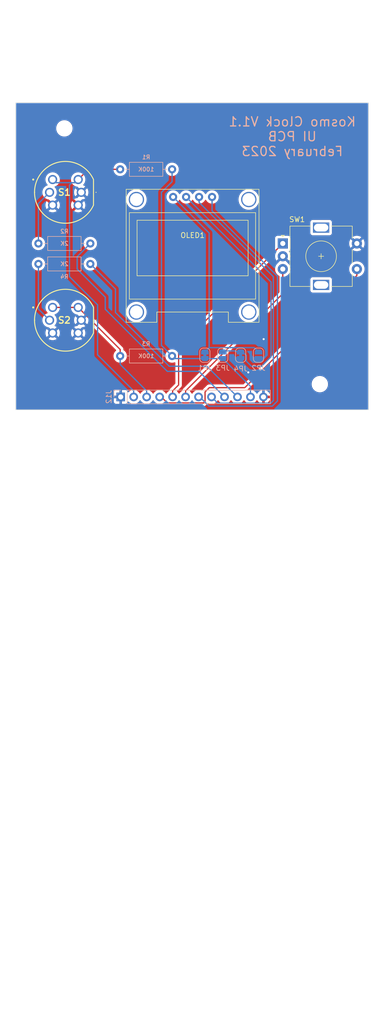
<source format=kicad_pcb>
(kicad_pcb (version 20221018) (generator pcbnew)
  (layers (0 "F.Cu" signal) (31 "B.Cu" signal) (34 "B.Paste" user) (35 "F.Paste" user) (36 "B.SilkS" user "B.Silkscreen") (37 "F.SilkS" user "F.Silkscreen") (38 "B.Mask" user) (39 "F.Mask" user) (44 "Edge.Cuts" user))
  (net 0 "")
  (net 1 "/GNDB")
  (net 2 "/STARTB")
  (net 3 "/STOPB")
  (net 4 "/ENCSB")
  (net 5 "/ENCAB")
  (net 6 "/ENCBB")
  (net 7 "/SDAB")
  (net 8 "/SCLB")
  (net 9 "/STARTLEDB")
  (net 10 "/STOPLEDB")
  (net 11 "/5VB")
  (net 12 "Net-(JP1-B)")
  (net 13 "Net-(JP3-A)")
  (net 14 "Net-(S1-A)")
  (net 15 "Net-(S2-A)")
  (footprint "MountingHole:MountingHole_2.7mm_M2.5" (layer "F.Cu") (at 212.5 25)
    (fp_text reference "REF**" hide)
    (fp_text value "MountingHole_2.7mm_M2.5" hide)
    (pad "" np_thru_hole circle (at 0 0) (size 2.7 2.7) (drill 2.7) (layers "*.Cu" "*.Mask"))
  )
  (footprint "B3_tht:SSD1306_0.96_Oled" (layer "F.Cu") (at 224.595 62.905)
    (fp_text reference "OLED1" (at 13 -17 unlocked) (layer "F.SilkS"))
    (fp_text value "ao_symbols_OLED_128X64")
    (fp_line (start 0 -26) (end 0 0) (stroke (width 0.12)) (layer "F.SilkS"))
    (fp_line (start 0 0) (end 6 0) (stroke (width 0.12)) (layer "F.SilkS"))
    (fp_line (start 0.63 -21.43) (end 0.63 -4.53) (stroke (width 0.12)) (layer "F.SilkS"))
    (fp_line (start 0.63 -4.53) (end 25.33 -4.53) (stroke (width 0.12)) (layer "F.SilkS"))
    (fp_line (start 2.13 -19.95) (end 2.13 -9.09) (stroke (width 0.12)) (layer "F.SilkS"))
    (fp_line (start 2.13 -9.09) (end 23.87 -9.09) (stroke (width 0.12)) (layer "F.SilkS"))
    (fp_line (start 6 -2) (end 20 -2) (stroke (width 0.12)) (layer "F.SilkS"))
    (fp_line (start 6 0) (end 6 -2) (stroke (width 0.12)) (layer "F.SilkS"))
    (fp_line (start 20 -2) (end 20 0) (stroke (width 0.12)) (layer "F.SilkS"))
    (fp_line (start 20 0) (end 26 0) (stroke (width 0.12)) (layer "F.SilkS"))
    (fp_line (start 23.87 -19.95) (end 2.13 -19.95) (stroke (width 0.12)) (layer "F.SilkS"))
    (fp_line (start 23.87 -9.09) (end 23.87 -19.95) (stroke (width 0.12)) (layer "F.SilkS"))
    (fp_line (start 25.33 -21.43) (end 0.63 -21.43) (stroke (width 0.12)) (layer "F.SilkS"))
    (fp_line (start 25.33 -4.53) (end 25.33 -21.43) (stroke (width 0.12)) (layer "F.SilkS"))
    (fp_line (start 26 -26) (end 0 -26) (stroke (width 0.12)) (layer "F.SilkS"))
    (fp_line (start 26 0) (end 26 -26) (stroke (width 0.12)) (layer "F.SilkS"))
    (pad "" np_thru_hole circle (at 2 -24) (size 3 3) (drill 2.5) (layers "F&B.Cu" "*.Mask"))
    (pad "" np_thru_hole circle (at 2 -2) (size 3 3) (drill 2.5) (layers "F&B.Cu" "*.Mask"))
    (pad "" np_thru_hole circle (at 24 -24) (size 3 3) (drill 2.5) (layers "F&B.Cu" "*.Mask"))
    (pad "" np_thru_hole circle (at 24 -2) (size 3 3) (drill 2.5) (layers "F&B.Cu" "*.Mask"))
    (pad "1" thru_hole circle (at 9.19 -24.5) (size 1.6 1.6) (drill 0.8) (layers "*.Cu" "*.Mask") (net 12 "Net-(JP1-B)"))
    (pad "2" thru_hole circle (at 11.73 -24.5) (size 1.6 1.6) (drill 0.8) (layers "*.Cu" "*.Mask") (net 13 "Net-(JP3-A)"))
    (pad "3" thru_hole circle (at 14.27 -24.5) (size 1.6 1.6) (drill 0.8) (layers "*.Cu" "*.Mask") (net 8 "/SCLB"))
    (pad "4" thru_hole circle (at 16.81 -24.5) (size 1.6 1.6) (drill 0.8) (layers "*.Cu" "*.Mask") (net 7 "/SDAB"))
  )
  (footprint "B3_tht:D6RLGNF1LFS" (layer "F.Cu") (at 210.2 35)
    (fp_text reference "S1" (at 2.3 2.5) (layer "F.SilkS") (effects (font (size 1.27 1.27) (thickness 0.254))))
    (fp_text value "D6RLGNF1LFS" hide)
    (fp_line (start -3.8 -0.1) (end -3.8 -0.1) (stroke (width 0.2)) (layer "F.SilkS"))
    (fp_line (start -3.8 0.1) (end -3.8 0.1) (stroke (width 0.2)) (layer "F.SilkS"))
    (fp_line (start -3.5 2.5) (end -3.5 2.5) (stroke (width 0.2)) (layer "F.SilkS"))
    (fp_line (start 7.999999 0) (end 7.999999 5) (stroke (width 0.2)) (layer "F.SilkS"))
    (fp_line (start 8.5 2.5) (end 8.5 2.5) (stroke (width 0.2)) (layer "F.SilkS"))
    (fp_arc (start -3.8 -0.1) (mid -3.7 0) (end -3.8 0.1) (stroke (width 0.2)) (layer "F.SilkS"))
    (fp_arc (start -3.8 0.1) (mid -3.9 0) (end -3.8 -0.1) (stroke (width 0.2)) (layer "F.SilkS"))
    (fp_arc (start -3.541522 2.5) (mid 1.221011 -3.404589) (end 7.999999 0) (stroke (width 0.2)) (layer "F.SilkS"))
    (fp_arc (start 7.999999 5) (mid 1.221011 8.40459) (end -3.541522 2.5) (stroke (width 0.2)) (layer "F.SilkS"))
    (pad "1" thru_hole circle (at 0 0) (size 1.8 1.8) (drill 1.2) (layers "*.Cu" "*.Mask") (net 2 "/STARTB"))
    (pad "2" thru_hole circle (at 5 0) (size 1.8 1.8) (drill 1.2) (layers "*.Cu" "*.Mask") (net 2 "/STARTB"))
    (pad "3" thru_hole circle (at 0 5) (size 1.8 1.8) (drill 1.2) (layers "*.Cu" "*.Mask") (net 1 "/GNDB"))
    (pad "4" thru_hole circle (at 5 5) (size 1.8 1.8) (drill 1.2) (layers "*.Cu" "*.Mask") (net 1 "/GNDB"))
    (pad "L1" thru_hole circle (at -0.6 2.5) (size 1.8 1.8) (drill 1.2) (layers "*.Cu" "*.Mask") (net 14 "Net-(S1-A)"))
    (pad "L2" thru_hole circle (at 5.6 2.5) (size 1.8 1.8) (drill 1.2) (layers "*.Cu" "*.Mask") (net 1 "/GNDB"))
  )
  (footprint "Rotary_Encoder:RotaryEncoder_Alps_EC11E-Switch_Vertical_H20mm" (layer "F.Cu") (at 255.25 47.5)
    (fp_text reference "SW1" (at 2.8 -4.7) (layer "F.SilkS"))
    (fp_text value "RotaryEncoder_Switch")
    (fp_line (start -0.3 -1.6) (end 0.3 -1.6) (stroke (width 0.12)) (layer "F.SilkS"))
    (fp_line (start 0 -1.3) (end -0.3 -1.6) (stroke (width 0.12)) (layer "F.SilkS"))
    (fp_line (start 0.3 -1.6) (end 0 -1.3) (stroke (width 0.12)) (layer "F.SilkS"))
    (fp_line (start 1.4 -3.4) (end 1.4 8.4) (stroke (width 0.12)) (layer "F.SilkS"))
    (fp_line (start 5.5 -3.4) (end 1.4 -3.4) (stroke (width 0.12)) (layer "F.SilkS"))
    (fp_line (start 5.5 8.4) (end 1.4 8.4) (stroke (width 0.12)) (layer "F.SilkS"))
    (fp_line (start 7 2.5) (end 8 2.5) (stroke (width 0.12)) (layer "F.SilkS"))
    (fp_line (start 7.5 2) (end 7.5 3) (stroke (width 0.12)) (layer "F.SilkS"))
    (fp_line (start 9.5 -3.4) (end 13.6 -3.4) (stroke (width 0.12)) (layer "F.SilkS"))
    (fp_line (start 13.6 -3.4) (end 13.6 -1) (stroke (width 0.12)) (layer "F.SilkS"))
    (fp_line (start 13.6 1.2) (end 13.6 3.8) (stroke (width 0.12)) (layer "F.SilkS"))
    (fp_line (start 13.6 6) (end 13.6 8.4) (stroke (width 0.12)) (layer "F.SilkS"))
    (fp_line (start 13.6 8.4) (end 9.5 8.4) (stroke (width 0.12)) (layer "F.SilkS"))
    (fp_circle (center 7.5 2.5) (end 10.5 2.5) (stroke (width 0.12)) (fill none) (layer "F.SilkS"))
    (pad "A" thru_hole rect (at 0 0) (size 2 2) (drill 1) (layers "*.Cu" "*.Mask") (net 5 "/ENCAB"))
    (pad "B" thru_hole circle (at 0 5) (size 2 2) (drill 1) (layers "*.Cu" "*.Mask") (net 6 "/ENCBB"))
    (pad "C" thru_hole circle (at 0 2.5) (size 2 2) (drill 1) (layers "*.Cu" "*.Mask") (net 1 "/GNDB"))
    (pad "MP" thru_hole rect (at 7.5 -3.1) (size 3.2 2) (drill oval 2.8 1.5) (layers "*.Cu" "*.Mask"))
    (pad "MP" thru_hole rect (at 7.5 8.1) (size 3.2 2) (drill oval 2.8 1.5) (layers "*.Cu" "*.Mask"))
    (pad "S1" thru_hole circle (at 14.5 5) (size 2 2) (drill 1) (layers "*.Cu" "*.Mask") (net 4 "/ENCSB"))
    (pad "S2" thru_hole circle (at 14.5 0) (size 2 2) (drill 1) (layers "*.Cu" "*.Mask") (net 1 "/GNDB"))
  )
  (footprint "MountingHole:MountingHole_2.7mm_M2.5" (layer "F.Cu") (at 262.5 75)
    (fp_text reference "REF**" hide)
    (fp_text value "MountingHole_2.7mm_M2.5" hide)
    (pad "" np_thru_hole circle (at 0 0) (size 2.7 2.7) (drill 2.7) (layers "*.Cu" "*.Mask"))
  )
  (footprint "B3_tht:D6RLGNF1LFS" (layer "F.Cu") (at 210.2 60)
    (fp_text reference "S2" (at 2.3 2.5) (layer "F.SilkS") (effects (font (size 1.27 1.27) (thickness 0.254))))
    (fp_text value "D6RLGNF1LFS" hide)
    (fp_line (start -3.8 -0.1) (end -3.8 -0.1) (stroke (width 0.2)) (layer "F.SilkS"))
    (fp_line (start -3.8 0.1) (end -3.8 0.1) (stroke (width 0.2)) (layer "F.SilkS"))
    (fp_line (start -3.5 2.5) (end -3.5 2.5) (stroke (width 0.2)) (layer "F.SilkS"))
    (fp_line (start 7.999999 0) (end 7.999999 5) (stroke (width 0.2)) (layer "F.SilkS"))
    (fp_line (start 8.5 2.5) (end 8.5 2.5) (stroke (width 0.2)) (layer "F.SilkS"))
    (fp_arc (start -3.8 -0.1) (mid -3.7 0) (end -3.8 0.1) (stroke (width 0.2)) (layer "F.SilkS"))
    (fp_arc (start -3.8 0.1) (mid -3.9 0) (end -3.8 -0.1) (stroke (width 0.2)) (layer "F.SilkS"))
    (fp_arc (start -3.541522 2.5) (mid 1.221011 -3.404589) (end 7.999999 0) (stroke (width 0.2)) (layer "F.SilkS"))
    (fp_arc (start 7.999999 5) (mid 1.221011 8.40459) (end -3.541522 2.5) (stroke (width 0.2)) (layer "F.SilkS"))
    (pad "1" thru_hole circle (at 0 0) (size 1.8 1.8) (drill 1.2) (layers "*.Cu" "*.Mask") (net 3 "/STOPB"))
    (pad "2" thru_hole circle (at 5 0) (size 1.8 1.8) (drill 1.2) (layers "*.Cu" "*.Mask") (net 3 "/STOPB"))
    (pad "3" thru_hole circle (at 0 5) (size 1.8 1.8) (drill 1.2) (layers "*.Cu" "*.Mask") (net 1 "/GNDB"))
    (pad "4" thru_hole circle (at 5 5) (size 1.8 1.8) (drill 1.2) (layers "*.Cu" "*.Mask") (net 1 "/GNDB"))
    (pad "L1" thru_hole circle (at -0.6 2.5) (size 1.8 1.8) (drill 1.2) (layers "*.Cu" "*.Mask") (net 15 "Net-(S2-A)"))
    (pad "L2" thru_hole circle (at 5.6 2.5) (size 1.8 1.8) (drill 1.2) (layers "*.Cu" "*.Mask") (net 1 "/GNDB"))
  )
  (footprint "Jumper:SolderJumper-2_P1.3mm_Bridged_RoundedPad1.0x1.5mm" (layer "B.Cu") (at 240 69.35 90)
    (fp_text reference "JP1" (at -2.5 0 180) (layer "B.SilkS") (effects (justify mirror)))
    (fp_text value "JB")
    (fp_poly (pts (xy 0.25 0.3) (xy -0.25 0.3) (xy -0.25 -0.3) (xy 0.25 -0.3)) (fill solid) (layer "B.Cu"))
    (fp_line (start -1.4 -0.3) (end -1.4 0.3) (stroke (width 0.12)) (layer "B.SilkS"))
    (fp_line (start -0.7 1) (end 0.7 1) (stroke (width 0.12)) (layer "B.SilkS"))
    (fp_line (start 0.7 -1) (end -0.7 -1) (stroke (width 0.12)) (layer "B.SilkS"))
    (fp_line (start 1.4 0.3) (end 1.4 -0.3) (stroke (width 0.12)) (layer "B.SilkS"))
    (fp_arc (start -1.4 -0.3) (mid -1.194975 -0.794975) (end -0.7 -1) (stroke (width 0.12)) (layer "B.SilkS"))
    (fp_arc (start -0.7 1) (mid -1.194975 0.794975) (end -1.4 0.3) (stroke (width 0.12)) (layer "B.SilkS"))
    (fp_arc (start 0.7 -1) (mid 1.194975 -0.794975) (end 1.4 -0.3) (stroke (width 0.12)) (layer "B.SilkS"))
    (fp_arc (start 1.4 0.3) (mid 1.194975 0.794975) (end 0.7 1) (stroke (width 0.12)) (layer "B.SilkS"))
    (pad "1" smd custom (at -0.65 0 90) (size 1 0.5) (layers "B.Cu" "B.Mask") (net 11 "/5VB") (options (clearance outline) (anchor rect)) (primitives (gr_circle (center 0 -0.25) (end 0.5 -0.25) (width 0) (fill yes)) (gr_circle (center 0 0.25) (end 0.5 0.25) (width 0) (fill yes)) (gr_poly (pts (xy 0.5 -0.75) (xy 0 -0.75) (xy 0 0.75) (xy 0.5 0.75)) (width 0) (fill yes))))
    (pad "2" smd custom (at 0.65 0 90) (size 1 0.5) (layers "B.Cu" "B.Mask") (net 12 "Net-(JP1-B)") (options (clearance outline) (anchor rect)) (primitives (gr_circle (center 0 -0.25) (end 0.5 -0.25) (width 0) (fill yes)) (gr_circle (center 0 0.25) (end 0.5 0.25) (width 0) (fill yes)) (gr_poly (pts (xy 0 -0.75) (xy -0.5 -0.75) (xy -0.5 0.75) (xy 0 0.75)) (width 0) (fill yes))))
  )
  (footprint "Jumper:SolderJumper-2_P1.3mm_Open_RoundedPad1.0x1.5mm" (layer "B.Cu") (at 250.5 69.35 -90)
    (fp_text reference "JP2" (at 2.5 0 180) (layer "B.SilkS") (effects (justify mirror)))
    (fp_text value "JO")
    (fp_line (start -1.4 -0.3) (end -1.4 0.3) (stroke (width 0.12)) (layer "B.SilkS"))
    (fp_line (start -0.7 1) (end 0.7 1) (stroke (width 0.12)) (layer "B.SilkS"))
    (fp_line (start 0.7 -1) (end -0.7 -1) (stroke (width 0.12)) (layer "B.SilkS"))
    (fp_line (start 1.4 0.3) (end 1.4 -0.3) (stroke (width 0.12)) (layer "B.SilkS"))
    (fp_arc (start -1.4 -0.3) (mid -1.194975 -0.794975) (end -0.7 -1) (stroke (width 0.12)) (layer "B.SilkS"))
    (fp_arc (start -0.7 1) (mid -1.194975 0.794975) (end -1.4 0.3) (stroke (width 0.12)) (layer "B.SilkS"))
    (fp_arc (start 0.7 -1) (mid 1.194975 -0.794975) (end 1.4 -0.3) (stroke (width 0.12)) (layer "B.SilkS"))
    (fp_arc (start 1.4 0.3) (mid 1.194975 0.794975) (end 0.7 1) (stroke (width 0.12)) (layer "B.SilkS"))
    (pad "1" smd custom (at -0.65 0 270) (size 1 0.5) (layers "B.Cu" "B.Mask") (net 12 "Net-(JP1-B)") (options (clearance outline) (anchor rect)) (primitives (gr_circle (center 0 -0.25) (end 0.5 -0.25) (width 0) (fill yes)) (gr_circle (center 0 0.25) (end 0.5 0.25) (width 0) (fill yes)) (gr_poly (pts (xy 0.5 -0.75) (xy 0 -0.75) (xy 0 0.75) (xy 0.5 0.75)) (width 0) (fill yes))))
    (pad "2" smd custom (at 0.65 0 270) (size 1 0.5) (layers "B.Cu" "B.Mask") (net 1 "/GNDB") (options (clearance outline) (anchor rect)) (primitives (gr_circle (center 0 -0.25) (end 0.5 -0.25) (width 0) (fill yes)) (gr_circle (center 0 0.25) (end 0.5 0.25) (width 0) (fill yes)) (gr_poly (pts (xy 0 -0.75) (xy -0.5 -0.75) (xy -0.5 0.75) (xy 0 0.75)) (width 0) (fill yes))))
  )
  (footprint "AO_tht:R_Axial_DIN0207_L6.3mm_D2.5mm_P10.16mm_Horizontal" (layer "B.Cu") (at 233.58 69.5 180)
    (fp_text reference "R3" (at 5.08 2.37) (layer "B.SilkS") (effects (font (size 0.8 0.8)) (justify mirror)))
    (fp_text value "100K")
    (fp_text user "${VALUE}" (at 5.08 0) (layer "B.SilkS") (effects (font (size 0.8 0.8)) (justify mirror)))
    (fp_line (start 1.04 0) (end 1.81 0) (stroke (width 0.12)) (layer "B.SilkS"))
    (fp_line (start 1.81 -1.37) (end 8.35 -1.37) (stroke (width 0.12)) (layer "B.SilkS"))
    (fp_line (start 1.81 1.37) (end 1.81 -1.37) (stroke (width 0.12)) (layer "B.SilkS"))
    (fp_line (start 8.35 -1.37) (end 8.35 1.37) (stroke (width 0.12)) (layer "B.SilkS"))
    (fp_line (start 8.35 1.37) (end 1.81 1.37) (stroke (width 0.12)) (layer "B.SilkS"))
    (fp_line (start 9.12 0) (end 8.35 0) (stroke (width 0.12)) (layer "B.SilkS"))
    (pad "1" thru_hole circle (at 0 0 180) (size 1.6 1.6) (drill 0.8) (layers "*.Cu" "*.Mask") (net 11 "/5VB"))
    (pad "2" thru_hole oval (at 10.16 0 180) (size 1.6 1.6) (drill 0.8) (layers "*.Cu" "*.Mask") (net 3 "/STOPB"))
  )
  (footprint "AO_tht:R_Axial_DIN0207_L6.3mm_D2.5mm_P10.16mm_Horizontal" (layer "B.Cu") (at 217.58 51.5 180)
    (fp_text reference "R4" (at 5.08 -2.5) (layer "B.SilkS") (effects (font (size 0.8 0.8)) (justify mirror)))
    (fp_text value "2K")
    (fp_text user "${VALUE}" (at 5.08 0) (layer "B.SilkS") (effects (font (size 0.8 0.8)) (justify mirror)))
    (fp_line (start 1.04 0) (end 1.81 0) (stroke (width 0.12)) (layer "B.SilkS"))
    (fp_line (start 1.81 -1.37) (end 8.35 -1.37) (stroke (width 0.12)) (layer "B.SilkS"))
    (fp_line (start 1.81 1.37) (end 1.81 -1.37) (stroke (width 0.12)) (layer "B.SilkS"))
    (fp_line (start 8.35 -1.37) (end 8.35 1.37) (stroke (width 0.12)) (layer "B.SilkS"))
    (fp_line (start 8.35 1.37) (end 1.81 1.37) (stroke (width 0.12)) (layer "B.SilkS"))
    (fp_line (start 9.12 0) (end 8.35 0) (stroke (width 0.12)) (layer "B.SilkS"))
    (pad "1" thru_hole circle (at 0 0 180) (size 1.6 1.6) (drill 0.8) (layers "*.Cu" "*.Mask") (net 10 "/STOPLEDB"))
    (pad "2" thru_hole oval (at 10.16 0 180) (size 1.6 1.6) (drill 0.8) (layers "*.Cu" "*.Mask") (net 15 "Net-(S2-A)"))
  )
  (footprint "Jumper:SolderJumper-2_P1.3mm_Bridged_RoundedPad1.0x1.5mm" (layer "B.Cu") (at 247 69.35 90)
    (fp_text reference "JP4" (at -2.65 0) (layer "B.SilkS") (effects (justify mirror)))
    (fp_text value "JB")
    (fp_poly (pts (xy 0.25 0.3) (xy -0.25 0.3) (xy -0.25 -0.3) (xy 0.25 -0.3)) (fill solid) (layer "B.Cu"))
    (fp_line (start -1.4 -0.3) (end -1.4 0.3) (stroke (width 0.12)) (layer "B.SilkS"))
    (fp_line (start -0.7 1) (end 0.7 1) (stroke (width 0.12)) (layer "B.SilkS"))
    (fp_line (start 0.7 -1) (end -0.7 -1) (stroke (width 0.12)) (layer "B.SilkS"))
    (fp_line (start 1.4 0.3) (end 1.4 -0.3) (stroke (width 0.12)) (layer "B.SilkS"))
    (fp_arc (start -1.4 -0.3) (mid -1.194975 -0.794975) (end -0.7 -1) (stroke (width 0.12)) (layer "B.SilkS"))
    (fp_arc (start -0.7 1) (mid -1.194975 0.794975) (end -1.4 0.3) (stroke (width 0.12)) (layer "B.SilkS"))
    (fp_arc (start 0.7 -1) (mid 1.194975 -0.794975) (end 1.4 -0.3) (stroke (width 0.12)) (layer "B.SilkS"))
    (fp_arc (start 1.4 0.3) (mid 1.194975 0.794975) (end 0.7 1) (stroke (width 0.12)) (layer "B.SilkS"))
    (pad "1" smd custom (at -0.65 0 90) (size 1 0.5) (layers "B.Cu" "B.Mask") (net 1 "/GNDB") (options (clearance outline) (anchor rect)) (primitives (gr_circle (center 0 -0.25) (end 0.5 -0.25) (width 0) (fill yes)) (gr_circle (center 0 0.25) (end 0.5 0.25) (width 0) (fill yes)) (gr_poly (pts (xy 0.5 -0.75) (xy 0 -0.75) (xy 0 0.75) (xy 0.5 0.75)) (width 0) (fill yes))))
    (pad "2" smd custom (at 0.65 0 90) (size 1 0.5) (layers "B.Cu" "B.Mask") (net 13 "Net-(JP3-A)") (options (clearance outline) (anchor rect)) (primitives (gr_circle (center 0 -0.25) (end 0.5 -0.25) (width 0) (fill yes)) (gr_circle (center 0 0.25) (end 0.5 0.25) (width 0) (fill yes)) (gr_poly (pts (xy 0 -0.75) (xy -0.5 -0.75) (xy -0.5 0.75) (xy 0 0.75)) (width 0) (fill yes))))
  )
  (footprint "Jumper:SolderJumper-2_P1.3mm_Open_RoundedPad1.0x1.5mm" (layer "B.Cu") (at 243.5 69.35 -90)
    (fp_text reference "JP3" (at 2.5 0 180) (layer "B.SilkS") (effects (justify mirror)))
    (fp_text value "JO")
    (fp_line (start -1.4 -0.3) (end -1.4 0.3) (stroke (width 0.12)) (layer "B.SilkS"))
    (fp_line (start -0.7 1) (end 0.7 1) (stroke (width 0.12)) (layer "B.SilkS"))
    (fp_line (start 0.7 -1) (end -0.7 -1) (stroke (width 0.12)) (layer "B.SilkS"))
    (fp_line (start 1.4 0.3) (end 1.4 -0.3) (stroke (width 0.12)) (layer "B.SilkS"))
    (fp_arc (start -1.4 -0.3) (mid -1.194975 -0.794975) (end -0.7 -1) (stroke (width 0.12)) (layer "B.SilkS"))
    (fp_arc (start -0.7 1) (mid -1.194975 0.794975) (end -1.4 0.3) (stroke (width 0.12)) (layer "B.SilkS"))
    (fp_arc (start 0.7 -1) (mid 1.194975 -0.794975) (end 1.4 -0.3) (stroke (width 0.12)) (layer "B.SilkS"))
    (fp_arc (start 1.4 0.3) (mid 1.194975 0.794975) (end 0.7 1) (stroke (width 0.12)) (layer "B.SilkS"))
    (pad "1" smd custom (at -0.65 0 270) (size 1 0.5) (layers "B.Cu" "B.Mask") (net 13 "Net-(JP3-A)") (options (clearance outline) (anchor rect)) (primitives (gr_circle (center 0 -0.25) (end 0.5 -0.25) (width 0) (fill yes)) (gr_circle (center 0 0.25) (end 0.5 0.25) (width 0) (fill yes)) (gr_poly (pts (xy 0.5 -0.75) (xy 0 -0.75) (xy 0 0.75) (xy 0.5 0.75)) (width 0) (fill yes))))
    (pad "2" smd custom (at 0.65 0 270) (size 1 0.5) (layers "B.Cu" "B.Mask") (net 11 "/5VB") (options (clearance outline) (anchor rect)) (primitives (gr_circle (center 0 -0.25) (end 0.5 -0.25) (width 0) (fill yes)) (gr_circle (center 0 0.25) (end 0.5 0.25) (width 0) (fill yes)) (gr_poly (pts (xy 0 -0.75) (xy -0.5 -0.75) (xy -0.5 0.75) (xy 0 0.75)) (width 0) (fill yes))))
  )
  (footprint "AO_tht:R_Axial_DIN0207_L6.3mm_D2.5mm_P10.16mm_Horizontal" (layer "B.Cu") (at 217.58 47.5 180)
    (fp_text reference "R2" (at 5.08 2.37) (layer "B.SilkS") (effects (font (size 0.8 0.8)) (justify mirror)))
    (fp_text value "2K")
    (fp_text user "${VALUE}" (at 5.08 0) (layer "B.SilkS") (effects (font (size 0.8 0.8)) (justify mirror)))
    (fp_line (start 1.04 0) (end 1.81 0) (stroke (width 0.12)) (layer "B.SilkS"))
    (fp_line (start 1.81 -1.37) (end 8.35 -1.37) (stroke (width 0.12)) (layer "B.SilkS"))
    (fp_line (start 1.81 1.37) (end 1.81 -1.37) (stroke (width 0.12)) (layer "B.SilkS"))
    (fp_line (start 8.35 -1.37) (end 8.35 1.37) (stroke (width 0.12)) (layer "B.SilkS"))
    (fp_line (start 8.35 1.37) (end 1.81 1.37) (stroke (width 0.12)) (layer "B.SilkS"))
    (fp_line (start 9.12 0) (end 8.35 0) (stroke (width 0.12)) (layer "B.SilkS"))
    (pad "1" thru_hole circle (at 0 0 180) (size 1.6 1.6) (drill 0.8) (layers "*.Cu" "*.Mask") (net 9 "/STARTLEDB"))
    (pad "2" thru_hole oval (at 10.16 0 180) (size 1.6 1.6) (drill 0.8) (layers "*.Cu" "*.Mask") (net 14 "Net-(S1-A)"))
  )
  (footprint "Connector_PinHeader_2.54mm:PinHeader_1x12_P2.54mm_Vertical" (layer "B.Cu") (at 223.525 77.5 -90)
    (fp_text reference "J12" (at 0 2.33 90) (layer "B.SilkS") (effects (justify mirror)))
    (fp_text value "Conn_01x12")
    (fp_line (start -1.33 -29.27) (end 1.33 -29.27) (stroke (width 0.12)) (layer "B.SilkS"))
    (fp_line (start -1.33 -1.27) (end -1.33 -29.27) (stroke (width 0.12)) (layer "B.SilkS"))
    (fp_line (start -1.33 -1.27) (end 1.33 -1.27) (stroke (width 0.12)) (layer "B.SilkS"))
    (fp_line (start -1.33 0) (end -1.33 1.33) (stroke (width 0.12)) (layer "B.SilkS"))
    (fp_line (start -1.33 1.33) (end 0 1.33) (stroke (width 0.12)) (layer "B.SilkS"))
    (fp_line (start 1.33 -1.27) (end 1.33 -29.27) (stroke (width 0.12)) (layer "B.SilkS"))
    (pad "1" thru_hole rect (at 0 0 270) (size 1.7 1.7) (drill 1) (layers "*.Cu" "*.Mask") (net 1 "/GNDB"))
    (pad "2" thru_hole oval (at 0 -2.54 270) (size 1.7 1.7) (drill 1) (layers "*.Cu" "*.Mask") (net 2 "/STARTB"))
    (pad "3" thru_hole oval (at 0 -5.08 270) (size 1.7 1.7) (drill 1) (layers "*.Cu" "*.Mask") (net 3 "/STOPB"))
    (pad "4" thru_hole oval (at 0 -7.62 270) (size 1.7 1.7) (drill 1) (layers "*.Cu" "*.Mask") (net 4 "/ENCSB"))
    (pad "5" thru_hole oval (at 0 -10.16 270) (size 1.7 1.7) (drill 1) (layers "*.Cu" "*.Mask") (net 5 "/ENCAB"))
    (pad "6" thru_hole oval (at 0 -12.7 270) (size 1.7 1.7) (drill 1) (layers "*.Cu" "*.Mask") (net 6 "/ENCBB"))
    (pad "7" thru_hole oval (at 0 -15.24 270) (size 1.7 1.7) (drill 1) (layers "*.Cu" "*.Mask") (net 7 "/SDAB"))
    (pad "8" thru_hole oval (at 0 -17.78 270) (size 1.7 1.7) (drill 1) (layers "*.Cu" "*.Mask") (net 8 "/SCLB"))
    (pad "9" thru_hole oval (at 0 -20.32 270) (size 1.7 1.7) (drill 1) (layers "*.Cu" "*.Mask") (net 9 "/STARTLEDB"))
    (pad "10" thru_hole oval (at 0 -22.86 270) (size 1.7 1.7) (drill 1) (layers "*.Cu" "*.Mask") (net 10 "/STOPLEDB"))
    (pad "11" thru_hole oval (at 0 -25.4 270) (size 1.7 1.7) (drill 1) (layers "*.Cu" "*.Mask") (net 11 "/5VB"))
    (pad "12" thru_hole oval (at 0 -27.94 270) (size 1.7 1.7) (drill 1) (layers "*.Cu" "*.Mask") (net 1 "/GNDB"))
  )
  (footprint "AO_tht:R_Axial_DIN0207_L6.3mm_D2.5mm_P10.16mm_Horizontal" (layer "B.Cu") (at 233.58 33 180)
    (fp_text reference "R1" (at 5.08 2.37) (layer "B.SilkS") (effects (font (size 0.8 0.8)) (justify mirror)))
    (fp_text value "100K")
    (fp_text user "${VALUE}" (at 5.08 0) (layer "B.SilkS") (effects (font (size 0.8 0.8)) (justify mirror)))
    (fp_line (start 1.04 0) (end 1.81 0) (stroke (width 0.12)) (layer "B.SilkS"))
    (fp_line (start 1.81 -1.37) (end 8.35 -1.37) (stroke (width 0.12)) (layer "B.SilkS"))
    (fp_line (start 1.81 1.37) (end 1.81 -1.37) (stroke (width 0.12)) (layer "B.SilkS"))
    (fp_line (start 8.35 -1.37) (end 8.35 1.37) (stroke (width 0.12)) (layer "B.SilkS"))
    (fp_line (start 8.35 1.37) (end 1.81 1.37) (stroke (width 0.12)) (layer "B.SilkS"))
    (fp_line (start 9.12 0) (end 8.35 0) (stroke (width 0.12)) (layer "B.SilkS"))
    (pad "1" thru_hole circle (at 0 0 180) (size 1.6 1.6) (drill 0.8) (layers "*.Cu" "*.Mask") (net 11 "/5VB"))
    (pad "2" thru_hole oval (at 10.16 0 180) (size 1.6 1.6) (drill 0.8) (layers "*.Cu" "*.Mask") (net 2 "/STARTB"))
  )
  (gr_rect (start 203 20) (end 272 80) (stroke (width 0.1)) (fill none) (layer "Edge.Cuts"))
  (gr_text "Kosmo Clock V1.1\nUI PCB\nFebruary 2023" (at 257.1 26.6) (layer "B.SilkS") (effects (font (size 1.8 1.8) (thickness 0.25)) (justify mirror)))
  (segment (start 216.00721 62.5) (end 215.8 62.5) (width 0.25) (layer "F.Cu") (net 1))
  (via (at 248.5 72.7) (size 0.8) (drill 0.4) (layers "F.Cu" "B.Cu") (net 1))
  (via (at 251.5 66.2) (size 0.8) (drill 0.4) (layers "F.Cu" "B.Cu") (net 1))
  (segment (start 252 69.4) (end 252 66.7) (width 0.25) (layer "B.Cu") (net 1))
  (segment (start 251.4 70) (end 252 69.4) (width 0.25) (layer "B.Cu") (net 1))
  (segment (start 247 71.2) (end 248.5 72.7) (width 0.25) (layer "B.Cu") (net 1))
  (segment (start 250.5 70) (end 251.4 70) (width 0.25) (layer "B.Cu") (net 1))
  (segment (start 252 66.7) (end 251.5 66.2) (width 0.25) (layer "B.Cu") (net 1))
  (segment (start 247 70) (end 247 71.2) (width 0.25) (layer "B.Cu") (net 1))
  (segment (start 217.2 33) (end 215.2 35) (width 0.25) (layer "F.Cu") (net 2))
  (segment (start 223.42 33) (end 217.2 33) (width 0.25) (layer "F.Cu") (net 2))
  (segment (start 213.5 53.988) (end 219 59.488) (width 0.25) (layer "B.Cu") (net 2))
  (segment (start 215.2 35) (end 214.5843 35.6157) (width 0.25) (layer "B.Cu") (net 2))
  (segment (start 210.8157 35.6157) (end 210.2 35) (width 0.25) (layer "B.Cu") (net 2))
  (segment (start 213.5 36.0843) (end 213.5 53.988) (width 0.25) (layer "B.Cu") (net 2))
  (segment (start 219 69.2597) (end 226.065 76.3247) (width 0.25) (layer "B.Cu") (net 2))
  (segment (start 213.9686 35.6157) (end 213.5 36.0843) (width 0.25) (layer "B.Cu") (net 2))
  (segment (start 213.9686 35.6157) (end 210.8157 35.6157) (width 0.25) (layer "B.Cu") (net 2))
  (segment (start 219 59.488) (end 219 69.2597) (width 0.25) (layer "B.Cu") (net 2))
  (segment (start 214.5843 35.6157) (end 213.9686 35.6157) (width 0.25) (layer "B.Cu") (net 2))
  (segment (start 226.065 76.3247) (end 226.065 77.5) (width 0.25) (layer "B.Cu") (net 2))
  (segment (start 215.2 60) (end 210.2 60) (width 0.25) (layer "F.Cu") (net 3))
  (segment (start 223.42 69.5) (end 223.42 68.22) (width 0.25) (layer "F.Cu") (net 3))
  (segment (start 223.42 68.22) (end 215.2 60) (width 0.25) (layer "F.Cu") (net 3))
  (segment (start 228.605 77.5) (end 228.605 76.3247) (width 0.25) (layer "B.Cu") (net 3))
  (segment (start 223.42 71.1397) (end 223.42 69.5) (width 0.25) (layer "B.Cu") (net 3))
  (segment (start 228.605 76.3247) (end 223.42 71.1397) (width 0.25) (layer "B.Cu") (net 3))
  (segment (start 240.035 78.365) (end 239.7246 78.6754) (width 0.25) (layer "F.Cu") (net 4))
  (segment (start 231.4765 77.5) (end 231.145 77.5) (width 0.25) (layer "F.Cu") (net 4))
  (segment (start 269.75 52.5) (end 269.75 53.75) (width 0.25) (layer "F.Cu") (net 4))
  (segment (start 240.86175 75.6895) (end 240.035 76.51625) (width 0.25) (layer "F.Cu") (net 4))
  (segment (start 269.75 53.75) (end 247.8105 75.6895) (width 0.25) (layer "F.Cu") (net 4))
  (segment (start 232.6519 78.6754) (end 231.4765 77.5) (width 0.25) (layer "F.Cu") (net 4))
  (segment (start 240.035 76.51625) (end 240.035 78.365) (width 0.25) (layer "F.Cu") (net 4))
  (segment (start 239.7246 78.6754) (end 232.6519 78.6754) (width 0.25) (layer "F.Cu") (net 4))
  (segment (start 247.8105 75.6895) (end 240.86175 75.6895) (width 0.25) (layer "F.Cu") (net 4))
  (segment (start 233.685 77.5) (end 233.685 76.3247) (width 0.25) (layer "F.Cu") (net 5))
  (segment (start 234.8603 67.8897) (end 255.25 47.5) (width 0.25) (layer "F.Cu") (net 5))
  (segment (start 233.685 76.3247) (end 234.8603 75.1494) (width 0.25) (layer "F.Cu") (net 5))
  (segment (start 234.8603 75.1494) (end 234.8603 67.8897) (width 0.25) (layer "F.Cu") (net 5))
  (segment (start 236.225 76.3247) (end 255.25 57.2997) (width 0.25) (layer "F.Cu") (net 6))
  (segment (start 236.225 77.5) (end 236.225 76.3247) (width 0.25) (layer "F.Cu") (net 6))
  (segment (start 255.25 57.2997) (end 255.25 52.5) (width 0.25) (layer "F.Cu") (net 6))
  (segment (start 240.8 79.3) (end 253.2 79.3) (width 0.25) (layer "B.Cu") (net 7))
  (segment (start 239 77.5) (end 240.8 79.3) (width 0.25) (layer "B.Cu") (net 7))
  (segment (start 254.2 78.3) (end 254.2 53.9) (width 0.25) (layer "B.Cu") (net 7))
  (segment (start 241.405 41.105) (end 241.405 38.405) (width 0.25) (layer "B.Cu") (net 7))
  (segment (start 253.2 79.3) (end 254.2 78.3) (width 0.25) (layer "B.Cu") (net 7))
  (segment (start 238.765 77.5) (end 239 77.5) (width 0.25) (layer "B.Cu") (net 7))
  (segment (start 254.2 53.9) (end 241.405 41.105) (width 0.25) (layer "B.Cu") (net 7))
  (segment (start 242.5204 78.7154) (end 252.9 78.7154) (width 0.25) (layer "B.Cu") (net 8))
  (segment (start 252.9 78.7154) (end 252.9 78.7) (width 0.25) (layer "B.Cu") (net 8))
  (segment (start 238.865 39.465) (end 238.865 38.405) (width 0.25) (layer "B.Cu") (net 8))
  (segment (start 253.4 78.2) (end 253.4 54) (width 0.25) (layer "B.Cu") (net 8))
  (segment (start 252.9 78.7) (end 253.4 78.2) (width 0.25) (layer "B.Cu") (net 8))
  (segment (start 241.305 77.5) (end 242.5204 78.7154) (width 0.25) (layer "B.Cu") (net 8))
  (segment (start 253.4 54) (end 238.865 39.465) (width 0.25) (layer "B.Cu") (net 8))
  (segment (start 215 52.5) (end 220.5 58) (width 0.25) (layer "B.Cu") (net 9))
  (segment (start 238.845 72.5) (end 243.845 77.5) (width 0.25) (layer "B.Cu") (net 9))
  (segment (start 220.5 58) (end 220.5 60.351604) (width 0.25) (layer "B.Cu") (net 9))
  (segment (start 215 50.08) (end 215 52.5) (width 0.25) (layer "B.Cu") (net 9))
  (segment (start 220.5 60.351604) (end 232.648396 72.5) (width 0.25) (layer "B.Cu") (net 9))
  (segment (start 232.648396 72.5) (end 238.845 72.5) (width 0.25) (layer "B.Cu") (net 9))
  (segment (start 217.58 47.5) (end 215 50.08) (width 0.25) (layer "B.Cu") (net 9))
  (segment (start 246.385 77.5) (end 240.385 71.5) (width 0.25) (layer "B.Cu") (net 10))
  (segment (start 233 71.5) (end 222.5 61) (width 0.25) (layer "B.Cu") (net 10))
  (segment (start 222.5 56.42) (end 217.58 51.5) (width 0.25) (layer "B.Cu") (net 10))
  (segment (start 222.5 61) (end 222.5 56.42) (width 0.25) (layer "B.Cu") (net 10))
  (segment (start 240.385 71.5) (end 233 71.5) (width 0.25) (layer "B.Cu") (net 10))
  (segment (start 233.58 69.5) (end 234.08 70) (width 0.25) (layer "B.Cu") (net 11))
  (segment (start 233.58 33) (end 233.58 35.42) (width 0.25) (layer "B.Cu") (net 11))
  (segment (start 243.5 70) (end 248.925 75.425) (width 0.25) (layer "B.Cu") (net 11))
  (segment (start 231.5 37.5) (end 231.5 67.42) (width 0.25) (layer "B.Cu") (net 11))
  (segment (start 240 70) (end 243.5 70) (width 0.25) (layer "B.Cu") (net 11))
  (segment (start 233.58 35.42) (end 231.5 37.5) (width 0.25) (layer "B.Cu") (net 11))
  (segment (start 234.08 70) (end 240 70) (width 0.25) (layer "B.Cu") (net 11))
  (segment (start 231.5 67.42) (end 233.58 69.5) (width 0.25) (layer "B.Cu") (net 11))
  (segment (start 248.925 75.425) (end 248.925 77.5) (width 0.25) (layer "B.Cu") (net 11))
  (segment (start 240.8359 45.4559) (end 233.785 38.405) (width 0.25) (layer "B.Cu") (net 12))
  (segment (start 240.8359 67.8641) (end 240 68.7) (width 0.25) (layer "B.Cu") (net 12))
  (segment (start 249.6641 67.8641) (end 240.8359 67.8641) (width 0.25) (layer "B.Cu") (net 12))
  (segment (start 240.8359 67.8641) (end 240.8359 45.4559) (width 0.25) (layer "B.Cu") (net 12))
  (segment (start 250.5 68.7) (end 249.6641 67.8641) (width 0.25) (layer "B.Cu") (net 12))
  (segment (start 252.95048 69.64952) (end 252.95048 55.03048) (width 0.25) (layer "B.Cu") (net 13))
  (segment (start 246.2401 68.7) (end 247.40894 68.7) (width 0.25) (layer "B.Cu") (net 13))
  (segment (start 246.0401 68.5) (end 246.2401 68.7) (width 0.25) (layer "B.Cu") (net 13))
  (segment (start 248.1 69.39106) (end 248.1 70.5) (width 0.25) (layer "B.Cu") (net 13))
  (segment (start 243.90894 68.7) (end 244.10894 68.5) (width 0.25) (layer "B.Cu") (net 13))
  (segment (start 251.1 71.5) (end 252.95048 69.64952) (width 0.25) (layer "B.Cu") (net 13))
  (segment (start 243.5 68.7) (end 243.90894 68.7) (width 0.25) (layer "B.Cu") (net 13))
  (segment (start 244.10894 68.5) (end 246.0401 68.5) (width 0.25) (layer "B.Cu") (net 13))
  (segment (start 249.1 71.5) (end 251.1 71.5) (width 0.25) (layer "B.Cu") (net 13))
  (segment (start 248.1 70.5) (end 249.1 71.5) (width 0.25) (layer "B.Cu") (net 13))
  (segment (start 252.95048 55.03048) (end 236.325 38.405) (width 0.25) (layer "B.Cu") (net 13))
  (segment (start 247.40894 68.7) (end 248.1 69.39106) (width 0.25) (layer "B.Cu") (net 13))
  (segment (start 207.42 39.68) (end 209.6 37.5) (width 0.25) (layer "B.Cu") (net 14))
  (segment (start 207.42 47.5) (end 207.42 39.68) (width 0.25) (layer "B.Cu") (net 14))
  (segment (start 207.42 60.32) (end 207.42 51.5) (width 0.25) (layer "B.Cu") (net 15))
  (segment (start 209.6 62.5) (end 207.42 60.32) (width 0.25) (layer "B.Cu") (net 15))
  (zone (net 1) (net_name "/GNDB") (layers "F&B.Cu") (connect_pads (clearance 0.508)) (min_thickness 0.254) (fill yes (thermal_gap 0.508) (thermal_bridge_width 0.508))
    (polygon (pts (xy 273.5 82) (xy 201.5 81.5) (xy 202 19) (xy 273 18.5)))
  )
)
</source>
